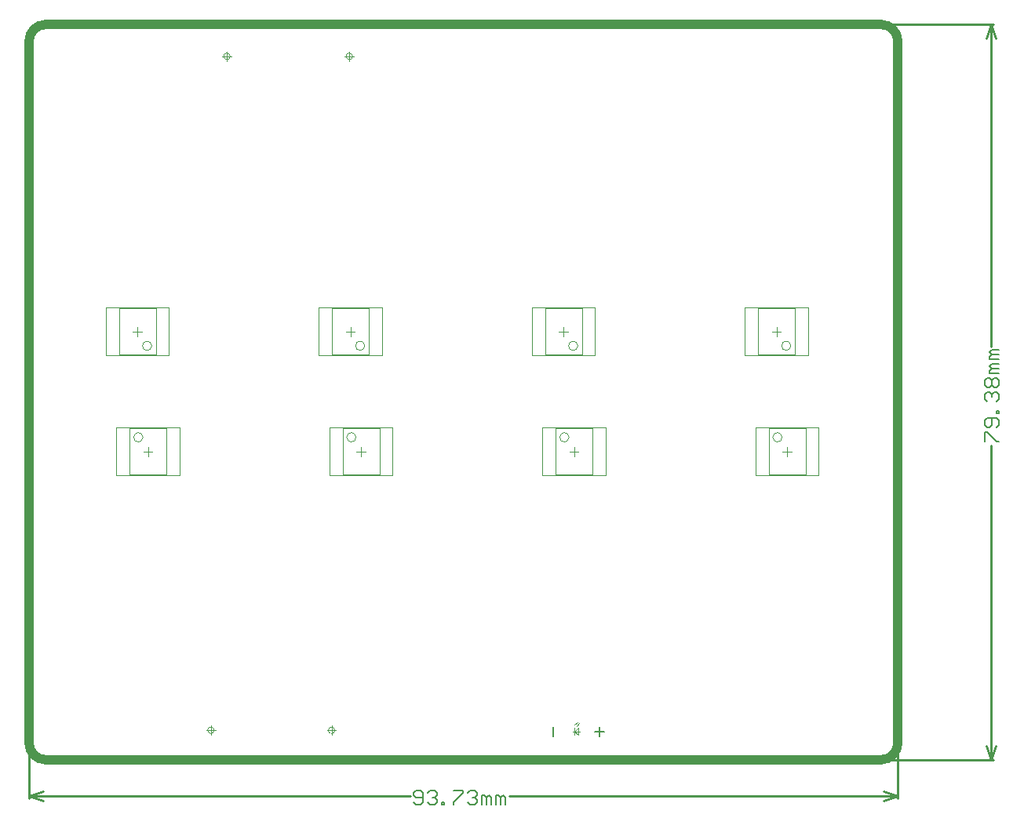
<source format=gm1>
G04*
G04 #@! TF.GenerationSoftware,Altium Limited,Altium Designer,20.0.2 (26)*
G04*
G04 Layer_Color=16711935*
%FSLAX25Y25*%
%MOIN*%
G70*
G01*
G75*
%ADD10C,0.04000*%
%ADD11C,0.01000*%
%ADD12C,0.00600*%
%ADD13C,0.00394*%
%ADD14C,0.00197*%
%ADD15C,0.00800*%
D10*
X258500Y425000D02*
G03*
X251500Y418000I0J-7000D01*
G01*
X620500Y418000D02*
G03*
X613500Y425000I-7000J0D01*
G01*
X251500Y119500D02*
G03*
X258500Y112500I7000J0D01*
G01*
X613500D02*
G03*
X620500Y119500I0J7000D01*
G01*
X251500Y119500D02*
Y418000D01*
X258500Y425000D02*
X613500D01*
X620500Y119500D02*
Y418000D01*
X258500Y112500D02*
X613500D01*
X258500Y425000D02*
G03*
X251500Y418000I0J-7000D01*
G01*
X620500Y418000D02*
G03*
X613500Y425000I-7000J0D01*
G01*
X251500Y119500D02*
G03*
X258500Y112500I7000J0D01*
G01*
X613500D02*
G03*
X620500Y119500I0J7000D01*
G01*
X251500Y119500D02*
Y418000D01*
X258500Y425000D02*
X613500D01*
X620500Y119500D02*
Y418000D01*
X258500Y112500D02*
X613500D01*
D11*
X658000Y118500D02*
X660000Y112500D01*
X662000Y118500D01*
X660000Y425000D02*
X662000Y419000D01*
X658000D02*
X660000Y425000D01*
Y112500D02*
Y246056D01*
Y288244D02*
Y425000D01*
X616500Y112500D02*
X661000D01*
X616500Y425000D02*
X661000D01*
X251500Y97000D02*
X257500Y99000D01*
X251500Y97000D02*
X257500Y95000D01*
X614500D02*
X620500Y97000D01*
X614500Y99000D02*
X620500Y97000D01*
X251500D02*
X413306D01*
X455494D02*
X620500D01*
X251500Y96000D02*
Y116500D01*
X620500Y96000D02*
Y116500D01*
X658000Y118500D02*
X660000Y112500D01*
X662000Y118500D01*
X660000Y425000D02*
X662000Y419000D01*
X658000D02*
X660000Y425000D01*
Y112500D02*
Y246056D01*
Y288244D02*
Y425000D01*
X616500Y112500D02*
X661000D01*
X616500Y425000D02*
X661000D01*
X251500Y97000D02*
X257500Y99000D01*
X251500Y97000D02*
X257500Y95000D01*
X614500D02*
X620500Y97000D01*
X614500Y99000D02*
X620500Y97000D01*
X251500D02*
X413306D01*
X455494D02*
X620500D01*
X251500Y96000D02*
Y116500D01*
X620500Y96000D02*
Y116500D01*
D12*
X657601Y247656D02*
Y251655D01*
X658601D01*
X662599Y247656D01*
X663599D01*
X662599Y253654D02*
X663599Y254654D01*
Y256653D01*
X662599Y257653D01*
X658601D01*
X657601Y256653D01*
Y254654D01*
X658601Y253654D01*
X659600D01*
X660600Y254654D01*
Y257653D01*
X663599Y259652D02*
X662599D01*
Y260652D01*
X663599D01*
Y259652D01*
X658601Y264651D02*
X657601Y265651D01*
Y267650D01*
X658601Y268650D01*
X659600D01*
X660600Y267650D01*
Y266650D01*
Y267650D01*
X661600Y268650D01*
X662599D01*
X663599Y267650D01*
Y265651D01*
X662599Y264651D01*
X658601Y270649D02*
X657601Y271649D01*
Y273648D01*
X658601Y274648D01*
X659600D01*
X660600Y273648D01*
X661600Y274648D01*
X662599D01*
X663599Y273648D01*
Y271649D01*
X662599Y270649D01*
X661600D01*
X660600Y271649D01*
X659600Y270649D01*
X658601D01*
X660600Y271649D02*
Y273648D01*
X663599Y276647D02*
X659600D01*
Y277647D01*
X660600Y278646D01*
X663599D01*
X660600D01*
X659600Y279646D01*
X660600Y280646D01*
X663599D01*
Y282645D02*
X659600D01*
Y283645D01*
X660600Y284644D01*
X663599D01*
X660600D01*
X659600Y285644D01*
X660600Y286644D01*
X663599D01*
X414906Y94401D02*
X415906Y93401D01*
X417905D01*
X418905Y94401D01*
Y98399D01*
X417905Y99399D01*
X415906D01*
X414906Y98399D01*
Y97400D01*
X415906Y96400D01*
X418905D01*
X420904Y98399D02*
X421904Y99399D01*
X423903D01*
X424903Y98399D01*
Y97400D01*
X423903Y96400D01*
X422904D01*
X423903D01*
X424903Y95400D01*
Y94401D01*
X423903Y93401D01*
X421904D01*
X420904Y94401D01*
X426902Y93401D02*
Y94401D01*
X427902D01*
Y93401D01*
X426902D01*
X431901Y99399D02*
X435899D01*
Y98399D01*
X431901Y94401D01*
Y93401D01*
X437899Y98399D02*
X438899Y99399D01*
X440898D01*
X441898Y98399D01*
Y97400D01*
X440898Y96400D01*
X439898D01*
X440898D01*
X441898Y95400D01*
Y94401D01*
X440898Y93401D01*
X438899D01*
X437899Y94401D01*
X443897Y93401D02*
Y97400D01*
X444897D01*
X445896Y96400D01*
Y93401D01*
Y96400D01*
X446896Y97400D01*
X447896Y96400D01*
Y93401D01*
X449895D02*
Y97400D01*
X450895D01*
X451894Y96400D01*
Y93401D01*
Y96400D01*
X452894Y97400D01*
X453894Y96400D01*
Y93401D01*
X657601Y247656D02*
Y251655D01*
X658601D01*
X662599Y247656D01*
X663599D01*
X662599Y253654D02*
X663599Y254654D01*
Y256653D01*
X662599Y257653D01*
X658601D01*
X657601Y256653D01*
Y254654D01*
X658601Y253654D01*
X659600D01*
X660600Y254654D01*
Y257653D01*
X663599Y259652D02*
X662599D01*
Y260652D01*
X663599D01*
Y259652D01*
X658601Y264651D02*
X657601Y265651D01*
Y267650D01*
X658601Y268650D01*
X659600D01*
X660600Y267650D01*
Y266650D01*
Y267650D01*
X661600Y268650D01*
X662599D01*
X663599Y267650D01*
Y265651D01*
X662599Y264651D01*
X658601Y270649D02*
X657601Y271649D01*
Y273648D01*
X658601Y274648D01*
X659600D01*
X660600Y273648D01*
X661600Y274648D01*
X662599D01*
X663599Y273648D01*
Y271649D01*
X662599Y270649D01*
X661600D01*
X660600Y271649D01*
X659600Y270649D01*
X658601D01*
X660600Y271649D02*
Y273648D01*
X663599Y276647D02*
X659600D01*
Y277647D01*
X660600Y278646D01*
X663599D01*
X660600D01*
X659600Y279646D01*
X660600Y280646D01*
X663599D01*
Y282645D02*
X659600D01*
Y283645D01*
X660600Y284644D01*
X663599D01*
X660600D01*
X659600Y285644D01*
X660600Y286644D01*
X663599D01*
X414906Y94401D02*
X415906Y93401D01*
X417905D01*
X418905Y94401D01*
Y98399D01*
X417905Y99399D01*
X415906D01*
X414906Y98399D01*
Y97400D01*
X415906Y96400D01*
X418905D01*
X420904Y98399D02*
X421904Y99399D01*
X423903D01*
X424903Y98399D01*
Y97400D01*
X423903Y96400D01*
X422904D01*
X423903D01*
X424903Y95400D01*
Y94401D01*
X423903Y93401D01*
X421904D01*
X420904Y94401D01*
X426902Y93401D02*
Y94401D01*
X427902D01*
Y93401D01*
X426902D01*
X431901Y99399D02*
X435899D01*
Y98399D01*
X431901Y94401D01*
Y93401D01*
X437899Y98399D02*
X438899Y99399D01*
X440898D01*
X441898Y98399D01*
Y97400D01*
X440898Y96400D01*
X439898D01*
X440898D01*
X441898Y95400D01*
Y94401D01*
X440898Y93401D01*
X438899D01*
X437899Y94401D01*
X443897Y93401D02*
Y97400D01*
X444897D01*
X445896Y96400D01*
Y93401D01*
Y96400D01*
X446896Y97400D01*
X447896Y96400D01*
Y93401D01*
X449895D02*
Y97400D01*
X450895D01*
X451894Y96400D01*
Y93401D01*
Y96400D01*
X452894Y97400D01*
X453894Y96400D01*
Y93401D01*
D13*
X394083Y288437D02*
G03*
X394083Y288437I-1969J0D01*
G01*
X303583D02*
G03*
X303583Y288437I-1969J0D01*
G01*
X575083D02*
G03*
X575083Y288437I-1969J0D01*
G01*
X484583D02*
G03*
X484583Y288437I-1969J0D01*
G01*
X480854Y249563D02*
G03*
X480854Y249563I-1969J0D01*
G01*
X571354D02*
G03*
X571354Y249563I-1969J0D01*
G01*
X299854D02*
G03*
X299854Y249563I-1969J0D01*
G01*
X390354D02*
G03*
X390354Y249563I-1969J0D01*
G01*
X483213Y127256D02*
X484394Y128437D01*
X484000Y126862D02*
X485181Y128043D01*
X482425Y124500D02*
X485575D01*
X483213Y122925D02*
Y126075D01*
Y124500D02*
X484787Y122925D01*
X483213Y124500D02*
X484787Y126075D01*
Y122925D02*
Y126075D01*
X380146Y304303D02*
X395854D01*
X380146Y284697D02*
X395854D01*
X380146D02*
Y304303D01*
X395854Y284697D02*
Y304303D01*
X289646D02*
X305354D01*
X289646Y284697D02*
X305354D01*
X289646D02*
Y304303D01*
X305354Y284697D02*
Y304303D01*
X561146D02*
X576854D01*
X561146Y284697D02*
X576854D01*
X561146D02*
Y304303D01*
X576854Y284697D02*
Y304303D01*
X470646D02*
X486354D01*
X470646Y284697D02*
X486354D01*
X470646D02*
Y304303D01*
X486354Y284697D02*
Y304303D01*
X475146Y233697D02*
X490854D01*
X475146Y253303D02*
X490854D01*
Y233697D02*
Y253303D01*
X475146Y233697D02*
Y253303D01*
X565646Y233697D02*
X581354D01*
X565646Y253303D02*
X581354D01*
Y233697D02*
Y253303D01*
X565646Y233697D02*
Y253303D01*
X294146Y233697D02*
X309854D01*
X294146Y253303D02*
X309854D01*
Y233697D02*
Y253303D01*
X294146Y233697D02*
Y253303D01*
X384646Y233697D02*
X400354D01*
X384646Y253303D02*
X400354D01*
Y233697D02*
Y253303D01*
X384646Y233697D02*
Y253303D01*
X388000Y292531D02*
Y296468D01*
X386032Y294500D02*
X389968D01*
X374614Y304736D02*
X401386D01*
X374614Y284264D02*
X401386D01*
X374614D02*
Y304736D01*
X401386Y284264D02*
Y304736D01*
X297500Y292531D02*
Y296468D01*
X295532Y294500D02*
X299468D01*
X284114Y304736D02*
X310886D01*
X284114Y284264D02*
X310886D01*
X284114D02*
Y304736D01*
X310886Y284264D02*
Y304736D01*
X569000Y292531D02*
Y296468D01*
X567031Y294500D02*
X570968D01*
X555614Y304736D02*
X582386D01*
X555614Y284264D02*
X582386D01*
X555614D02*
Y304736D01*
X582386Y284264D02*
Y304736D01*
X478500Y292531D02*
Y296468D01*
X476532Y294500D02*
X480469D01*
X465114Y304736D02*
X491886D01*
X465114Y284264D02*
X491886D01*
X465114D02*
Y304736D01*
X491886Y284264D02*
Y304736D01*
X483000Y241531D02*
Y245468D01*
X481032Y243500D02*
X484969D01*
X469614Y233264D02*
X496386D01*
X469614Y253736D02*
X496386D01*
Y233264D02*
Y253736D01*
X469614Y233264D02*
Y253736D01*
X573500Y241531D02*
Y245468D01*
X571531Y243500D02*
X575468D01*
X560114Y233264D02*
X586886D01*
X560114Y253736D02*
X586886D01*
Y233264D02*
Y253736D01*
X560114Y233264D02*
Y253736D01*
X302000Y241531D02*
Y245468D01*
X300031Y243500D02*
X303969D01*
X288614Y233264D02*
X315386D01*
X288614Y253736D02*
X315386D01*
Y233264D02*
Y253736D01*
X288614Y233264D02*
Y253736D01*
X392500Y241531D02*
Y245468D01*
X390531Y243500D02*
X394468D01*
X379114Y233264D02*
X405886D01*
X379114Y253736D02*
X405886D01*
Y233264D02*
Y253736D01*
X379114Y233264D02*
Y253736D01*
D14*
X330114Y125000D02*
G03*
X330114Y125000I-1378J0D01*
G01*
X388878Y411500D02*
G03*
X388878Y411500I-1378J0D01*
G01*
X336878D02*
G03*
X336878Y411500I-1378J0D01*
G01*
X381378Y125000D02*
G03*
X381378Y125000I-1378J0D01*
G01*
X326768D02*
X330705D01*
X328736Y123031D02*
Y126969D01*
X385531Y411500D02*
X389469D01*
X387500Y409531D02*
Y413469D01*
X333531Y411500D02*
X337469D01*
X335500Y409531D02*
Y413469D01*
X378031Y125000D02*
X381968D01*
X380000Y123031D02*
Y126969D01*
D15*
X474157Y122531D02*
Y126469D01*
X493843Y122531D02*
Y126469D01*
X491874Y124500D02*
X495811D01*
M02*

</source>
